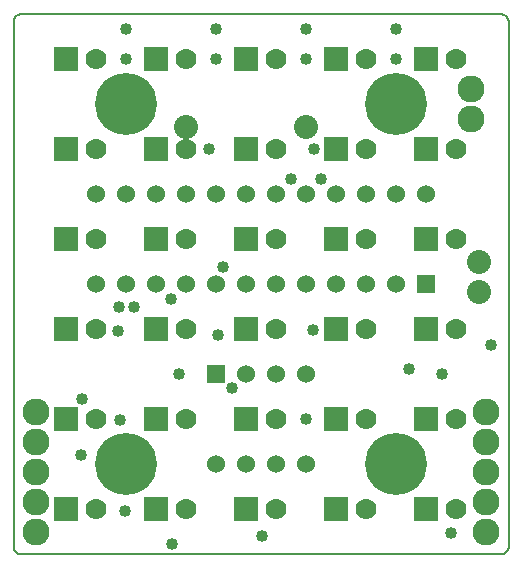
<source format=gts>
G04 PROTEUS GERBER X2 FILE*
%TF.GenerationSoftware,Labcenter,Proteus,8.6-SP2-Build23525*%
%TF.CreationDate,2019-02-04T04:32:53+00:00*%
%TF.FileFunction,Soldermask,Top*%
%TF.FilePolarity,Negative*%
%TF.Part,Single*%
%FSLAX45Y45*%
%MOMM*%
G01*
%TA.AperFunction,Material*%
%ADD24C,1.016000*%
%TA.AperFunction,Material*%
%ADD25C,1.778000*%
%AMPPAD018*
4,1,36,
-0.889000,1.016000,
0.889000,1.016000,
0.914970,1.013470,
0.938980,1.006200,
0.960580,0.994650,
0.979290,0.979290,
0.994650,0.960570,
1.006200,0.938980,
1.013470,0.914970,
1.016000,0.889000,
1.016000,-0.889000,
1.013470,-0.914970,
1.006200,-0.938980,
0.994650,-0.960570,
0.979290,-0.979290,
0.960580,-0.994650,
0.938980,-1.006200,
0.914970,-1.013470,
0.889000,-1.016000,
-0.889000,-1.016000,
-0.914970,-1.013470,
-0.938980,-1.006200,
-0.960580,-0.994650,
-0.979290,-0.979290,
-0.994650,-0.960570,
-1.006200,-0.938980,
-1.013470,-0.914970,
-1.016000,-0.889000,
-1.016000,0.889000,
-1.013470,0.914970,
-1.006200,0.938980,
-0.994650,0.960570,
-0.979290,0.979290,
-0.960580,0.994650,
-0.938980,1.006200,
-0.914970,1.013470,
-0.889000,1.016000,
0*%
%ADD26PPAD018*%
%TA.AperFunction,Material*%
%ADD27C,5.254000*%
%AMPPAD020*
4,1,36,
0.635000,0.762000,
-0.635000,0.762000,
-0.660970,0.759470,
-0.684980,0.752200,
-0.706580,0.740650,
-0.725290,0.725290,
-0.740650,0.706570,
-0.752200,0.684980,
-0.759470,0.660970,
-0.762000,0.635000,
-0.762000,-0.635000,
-0.759470,-0.660970,
-0.752200,-0.684980,
-0.740650,-0.706570,
-0.725290,-0.725290,
-0.706580,-0.740650,
-0.684980,-0.752200,
-0.660970,-0.759470,
-0.635000,-0.762000,
0.635000,-0.762000,
0.660970,-0.759470,
0.684980,-0.752200,
0.706580,-0.740650,
0.725290,-0.725290,
0.740650,-0.706570,
0.752200,-0.684980,
0.759470,-0.660970,
0.762000,-0.635000,
0.762000,0.635000,
0.759470,0.660970,
0.752200,0.684980,
0.740650,0.706570,
0.725290,0.725290,
0.706580,0.740650,
0.684980,0.752200,
0.660970,0.759470,
0.635000,0.762000,
0*%
%TA.AperFunction,Material*%
%ADD28PPAD020*%
%ADD29C,1.524000*%
%TA.AperFunction,Material*%
%ADD72C,2.286000*%
%TA.AperFunction,Material*%
%ADD73C,2.032000*%
%TA.AperFunction,Profile*%
%ADD71C,0.203200*%
%TD.AperFunction*%
D24*
X+1403291Y-241143D03*
X+3181676Y-128551D03*
X+1657526Y-1498512D03*
X+1285267Y+206823D03*
X+133327Y-338072D03*
X+441640Y+237283D03*
X+952500Y-127000D03*
X+896247Y-1564725D03*
X+2088274Y+249835D03*
X+2032000Y-508000D03*
X+497707Y-1281263D03*
X+127487Y-813928D03*
X+460058Y-510529D03*
X+571500Y+444500D03*
X+444500Y+444500D03*
X+2905713Y-80354D03*
X+1905000Y+1524000D03*
X+2159704Y+1528604D03*
X+2032000Y+2540000D03*
X+2032000Y+2794000D03*
X+1270000Y+2794000D03*
X+1270000Y+2540000D03*
X+2794000Y+2794000D03*
X+2794000Y+2540000D03*
X+508000Y+2794000D03*
X+508000Y+2540000D03*
X+3258861Y-1468972D03*
X+889000Y+508000D03*
X+1326774Y+777627D03*
X+1206500Y+1778000D03*
X+2095500Y+1778000D03*
X+3596716Y+121971D03*
D25*
X+254000Y+2540000D03*
D26*
X+0Y+2540000D03*
D25*
X+254000Y+1778000D03*
D26*
X+0Y+1778000D03*
D25*
X+254000Y+1016000D03*
D26*
X+0Y+1016000D03*
D25*
X+254000Y+254000D03*
D26*
X+0Y+254000D03*
D25*
X+254000Y-508000D03*
D26*
X+0Y-508000D03*
D25*
X+254000Y-1270000D03*
D26*
X+0Y-1270000D03*
D25*
X+1016000Y+2540000D03*
D26*
X+762000Y+2540000D03*
D25*
X+1016000Y+1778000D03*
D26*
X+762000Y+1778000D03*
D25*
X+1016000Y+1016000D03*
D26*
X+762000Y+1016000D03*
D25*
X+1016000Y+254000D03*
D26*
X+762000Y+254000D03*
D25*
X+1016000Y-508000D03*
D26*
X+762000Y-508000D03*
D25*
X+1016000Y-1270000D03*
D26*
X+762000Y-1270000D03*
D25*
X+1778000Y+2540000D03*
D26*
X+1524000Y+2540000D03*
D25*
X+1778000Y+1778000D03*
D26*
X+1524000Y+1778000D03*
D25*
X+1778000Y+1016000D03*
D26*
X+1524000Y+1016000D03*
D25*
X+1778000Y+254000D03*
D26*
X+1524000Y+254000D03*
D25*
X+1778000Y-508000D03*
D26*
X+1524000Y-508000D03*
D25*
X+1778000Y-1270000D03*
D26*
X+1524000Y-1270000D03*
D25*
X+2540000Y+2540000D03*
D26*
X+2286000Y+2540000D03*
D25*
X+2540000Y+1778000D03*
D26*
X+2286000Y+1778000D03*
D25*
X+2540000Y+1016000D03*
D26*
X+2286000Y+1016000D03*
D25*
X+2540000Y+254000D03*
D26*
X+2286000Y+254000D03*
D25*
X+2540000Y-508000D03*
D26*
X+2286000Y-508000D03*
D25*
X+2540000Y-1270000D03*
D26*
X+2286000Y-1270000D03*
D25*
X+3302000Y+2540000D03*
D26*
X+3048000Y+2540000D03*
D25*
X+3302000Y+1778000D03*
D26*
X+3048000Y+1778000D03*
D25*
X+3302000Y+1016000D03*
D26*
X+3048000Y+1016000D03*
D25*
X+3302000Y+254000D03*
D26*
X+3048000Y+254000D03*
D25*
X+3302000Y-508000D03*
D26*
X+3048000Y-508000D03*
D25*
X+3302000Y-1270000D03*
D26*
X+3048000Y-1270000D03*
D27*
X+2794000Y-889000D03*
X+508000Y-889000D03*
X+508000Y+2159000D03*
X+2794000Y+2159000D03*
D28*
X+3048000Y+635000D03*
D29*
X+2794000Y+635000D03*
X+2540000Y+635000D03*
X+2286000Y+635000D03*
X+2032000Y+635000D03*
X+1778000Y+635000D03*
X+1524000Y+635000D03*
X+1270000Y+635000D03*
X+1016000Y+635000D03*
X+762000Y+635000D03*
X+508000Y+635000D03*
X+254000Y+635000D03*
X+254000Y+1397000D03*
X+508000Y+1397000D03*
X+762000Y+1397000D03*
X+1016000Y+1397000D03*
X+1270000Y+1397000D03*
X+1524000Y+1397000D03*
X+1778000Y+1397000D03*
X+2032000Y+1397000D03*
X+2286000Y+1397000D03*
X+2540000Y+1397000D03*
X+2794000Y+1397000D03*
X+3048000Y+1397000D03*
D28*
X+1270000Y-127000D03*
D29*
X+1524000Y-127000D03*
X+1778000Y-127000D03*
X+2032000Y-127000D03*
X+2032000Y-889000D03*
X+1778000Y-889000D03*
X+1524000Y-889000D03*
X+1270000Y-889000D03*
D72*
X+3556000Y-444500D03*
X+3556000Y-698500D03*
X+3556000Y-952500D03*
X+3556000Y-1206500D03*
X+3556000Y-1460500D03*
X-254000Y-444500D03*
X-254000Y-698500D03*
X-254000Y-952500D03*
X-254000Y-1206500D03*
X-254000Y-1460500D03*
D73*
X+2032000Y+1968500D03*
X+1016000Y+1968500D03*
D72*
X+3429000Y+2286000D03*
X+3429000Y+2032000D03*
D73*
X+3492500Y+571500D03*
X+3492500Y+825500D03*
D71*
X-381000Y-1651000D02*
X+3683000Y-1651000D01*
X+3746500Y-1587500D02*
X+3746500Y+2857500D01*
X+3683000Y+2921000D02*
X-381000Y+2921000D01*
X-444500Y+2857500D02*
X-444500Y-1587500D01*
X+3746500Y-1587500D02*
X+3741601Y-1612490D01*
X+3728144Y-1632644D01*
X+3707990Y-1646101D01*
X+3683000Y-1651000D01*
X-444500Y-1587500D02*
X-439601Y-1612490D01*
X-426144Y-1632644D01*
X-405990Y-1646101D01*
X-381000Y-1651000D01*
X-444500Y+2857500D02*
X-439601Y+2882490D01*
X-426144Y+2902644D01*
X-405990Y+2916101D01*
X-381000Y+2921000D01*
X+3683000Y+2921000D02*
X+3707990Y+2916101D01*
X+3728144Y+2902644D01*
X+3741601Y+2882490D01*
X+3746500Y+2857500D01*
M02*

</source>
